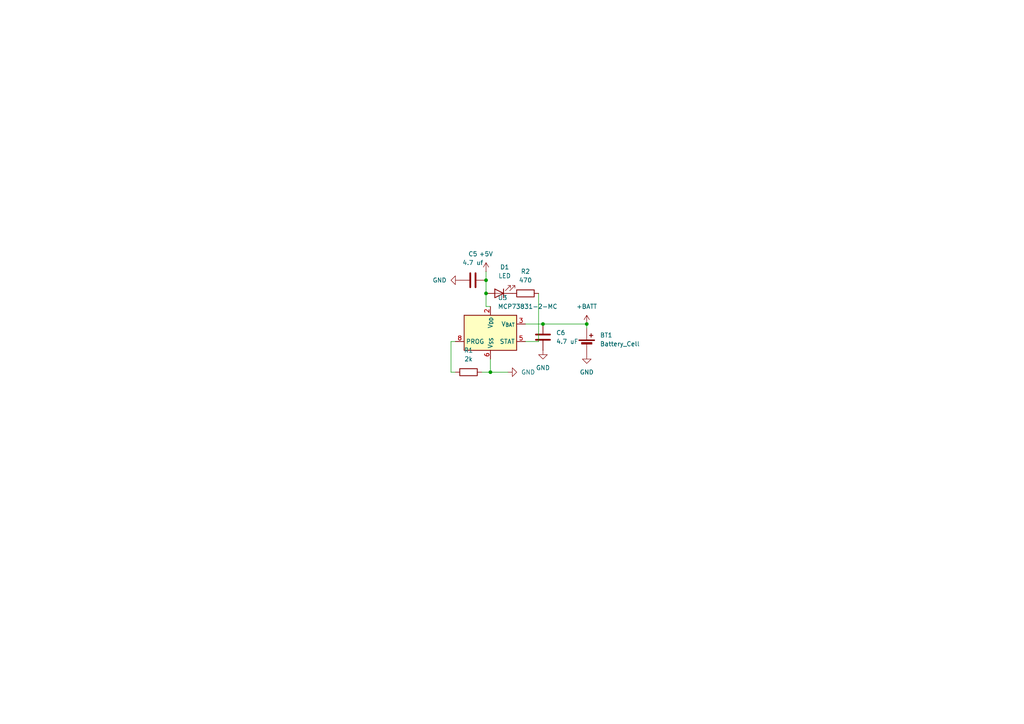
<source format=kicad_sch>
(kicad_sch (version 20250114) (generator "eeschema") (generator_version "9.0")
  (paper "A4")
  (lib_symbols
    (symbol "Battery_Management:MCP73831-2-MC"
      (property "Reference" "U" (at -7.62 6.35 0))
      (property "Value" "MCP73831-2-MC" (at 1.27 6.35 0))
      (symbol "MCP73831-2-MC_0_1"
        (rectangle (start -7.62 5.08) (end 7.62 -5.08) (stroke (width 0.254)) (fill (type background)))
      )
      (symbol "MCP73831-2-MC_1_1"
        (pin input line (at -10.16 -2.54 0) (length 2.54) (name "PROG") (number "8"))
        (pin no_connect line (at -7.62 2.54 0) (length 2.54) (hide yes) (name "NC") (number "7"))
        (pin passive line (at 0 7.62 270) (length 2.54) (hide yes) (name "V_{DD}") (number "1"))
        (pin power_in line (at 0 7.62 270) (length 2.54) (name "V_{DD}") (number "2"))
        (pin power_in line (at 0 -7.62 90) (length 2.54) (name "V_{SS}") (number "6"))
        (pin power_out line (at 10.16 2.54 180) (length 2.54) (name "V_{BAT}") (number "3"))
        (pin passive line (at 10.16 2.54 180) (length 2.54) (hide yes) (name "V_{BAT}") (number "4"))
        (pin tri_state line (at 10.16 -2.54 180) (length 2.54) (name "STAT") (number "5"))
      )
    )
    (symbol "Device:Battery_Cell" (pin_numbers (hide yes)) (pin_names (offset 0) (hide yes))
      (property "Reference" "BT" (at 2.54 2.54 0))
      (property "Value" "Battery_Cell" (at 2.54 0 0))
      (symbol "Battery_Cell_0_1"
        (rectangle (start -2.286 1.778) (end 2.286 1.524) (fill (type outline)))
        (rectangle (start -1.524 1.016) (end 1.524 0.508) (fill (type outline)))
        (polyline (pts (xy 0 1.778) (xy 0 2.54)))
        (polyline (pts (xy 0 0.762) (xy 0 0)))
        (polyline (pts (xy 0.762 3.048) (xy 1.778 3.048)) (stroke (width 0.254)))
        (polyline (pts (xy 1.27 3.556) (xy 1.27 2.54)) (stroke (width 0.254)))
      )
      (symbol "Battery_Cell_1_1"
        (pin passive line (at 0 5.08 270) (length 2.54) (name "+") (number "1"))
        (pin passive line (at 0 -2.54 90) (length 2.54) (name "-") (number "2"))
      )
    )
    (symbol "Device:C" (pin_numbers (hide yes)) (pin_names (offset 0.254))
      (property "Reference" "C" (at 0.635 2.54 0))
      (property "Value" "C" (at 0.635 -2.54 0))
      (symbol "C_0_1"
        (polyline (pts (xy -2.032 0.762) (xy 2.032 0.762)) (stroke (width 0.508)))
        (polyline (pts (xy -2.032 -0.762) (xy 2.032 -0.762)) (stroke (width 0.508)))
      )
      (symbol "C_1_1"
        (pin passive line (at 0 3.81 270) (length 2.794) (name "~") (number "1"))
        (pin passive line (at 0 -3.81 90) (length 2.794) (name "~") (number "2"))
      )
    )
    (symbol "Device:LED" (pin_numbers (hide yes)) (pin_names (offset 1.016) (hide yes))
      (property "Reference" "D" (at 0 2.54 0))
      (property "Value" "LED" (at 0 -2.54 0))
      (symbol "LED_0_1"
        (polyline (pts (xy -3.048 -0.762) (xy -4.572 -2.286) (xy -3.81 -2.286) (xy -4.572 -2.286) (xy -4.572 -1.524)))
        (polyline (pts (xy -1.778 -0.762) (xy -3.302 -2.286) (xy -2.54 -2.286) (xy -3.302 -2.286) (xy -3.302 -1.524)))
        (polyline (pts (xy -1.27 0) (xy 1.27 0)))
        (polyline (pts (xy -1.27 -1.27) (xy -1.27 1.27)) (stroke (width 0.254)))
        (polyline (pts (xy 1.27 -1.27) (xy 1.27 1.27) (xy -1.27 0) (xy 1.27 -1.27)) (stroke (width 0.254)))
      )
      (symbol "LED_1_1"
        (pin passive line (at -3.81 0 0) (length 2.54) (name "K") (number "1"))
        (pin passive line (at 3.81 0 180) (length 2.54) (name "A") (number "2"))
      )
    )
    (symbol "Device:R" (pin_numbers (hide yes)) (pin_names (offset 0))
      (property "Reference" "R" (at 2.032 0 90))
      (property "Value" "R" (at 0 0 90))
      (symbol "R_0_1"
        (rectangle (start -1.016 -2.54) (end 1.016 2.54) (stroke (width 0.254)))
      )
      (symbol "R_1_1"
        (pin passive line (at 0 3.81 270) (length 1.27) (name "~") (number "1"))
        (pin passive line (at 0 -3.81 90) (length 1.27) (name "~") (number "2"))
      )
    )
    (symbol "power:+5V" (power) (pin_numbers (hide yes)) (pin_names (offset 0) (hide yes))
      (property "Value" "+5V" (at 0 3.556 0))
      (symbol "+5V_0_1"
        (polyline (pts (xy -0.762 1.27) (xy 0 2.54)))
        (polyline (pts (xy 0 2.54) (xy 0.762 1.27)))
        (polyline (pts (xy 0 0) (xy 0 2.54)))
      )
      (symbol "+5V_1_1"
        (pin power_in line (at 0 0 90) (length 0) (name "~") (number "1"))
      )
    )
    (symbol "power:+BATT" (power) (pin_numbers (hide yes)) (pin_names (offset 0) (hide yes))
      (property "Value" "+BATT" (at 0 3.556 0))
      (symbol "+BATT_0_1"
        (polyline (pts (xy -0.762 1.27) (xy 0 2.54)))
        (polyline (pts (xy 0 2.54) (xy 0.762 1.27)))
        (polyline (pts (xy 0 0) (xy 0 2.54)))
      )
      (symbol "+BATT_1_1"
        (pin power_in line (at 0 0 90) (length 0) (name "~") (number "1"))
      )
    )
    (symbol "power:GND" (power) (pin_numbers (hide yes)) (pin_names (offset 0) (hide yes))
      (property "Value" "GND" (at 0 -3.81 0))
      (symbol "GND_0_1"
        (polyline (pts (xy 0 0) (xy 0 -1.27) (xy 1.27 -1.27) (xy 0 -2.54) (xy -1.27 -1.27) (xy 0 -1.27)))
      )
      (symbol "GND_1_1"
        (pin power_in line (at 0 0 270) (length 0) (name "~") (number "1"))
      )
    )
  )
  (junction (at 140.97 85.09))
  (junction (at 170.18 93.98))
  (junction (at 140.97 81.28))
  (junction (at 157.48 93.98))
  (junction (at 142.24 107.95))
  (wire (pts (xy 140.97 81.28) (xy 140.97 85.09)))
  (wire (pts (xy 130.81 99.06) (xy 132.08 99.06)))
  (wire (pts (xy 142.24 104.14) (xy 142.24 107.95)))
  (wire (pts (xy 170.18 93.98) (xy 170.18 95.25)))
  (wire (pts (xy 139.7 107.95) (xy 142.24 107.95)))
  (wire (pts (xy 157.48 93.98) (xy 170.18 93.98)))
  (wire (pts (xy 142.24 107.95) (xy 147.32 107.95)))
  (wire (pts (xy 156.21 85.09) (xy 156.21 99.06)))
  (wire (pts (xy 140.97 85.09) (xy 140.97 88.9)))
  (wire (pts (xy 130.81 99.06) (xy 130.81 107.95)))
  (wire (pts (xy 142.24 88.9) (xy 140.97 88.9)))
  (wire (pts (xy 152.4 99.06) (xy 156.21 99.06)))
  (wire (pts (xy 130.81 107.95) (xy 132.08 107.95)))
  (wire (pts (xy 152.4 93.98) (xy 157.48 93.98)))
  (wire (pts (xy 140.97 78.74) (xy 140.97 81.28)))
  (symbol (lib_id "Device:R") (at 152.4 85.09 90) (unit 1)
    (property "Reference" "R2" (at 152.4 78.74 90))
    (property "Value" "470" (at 152.4 81.28 90))
    (property "Footprint" "Resistor_SMD:R_0402_1005Metric" (effects (hide yes)))
    (property "Description" "Resistor" (effects (hide yes)))
  )
  (symbol (lib_id "Device:C") (at 137.16 81.28 90) (unit 1)
    (property "Reference" "C5" (at 137.16 73.66 90))
    (property "Value" "4.7 uf" (at 137.16 76.2 90))
    (property "Footprint" "Capacitor_SMD:C_0402_1005Metric" (effects (hide yes)))
    (property "Description" "Unpolarized capacitor" (effects (hide yes)))
  )
  (symbol (lib_id "Device:LED") (at 144.78 85.09 180) (unit 1)
    (property "Reference" "D1" (at 146.3675 77.47 0))
    (property "Value" "LED" (at 146.3675 80.01 0))
    (property "Footprint" "LED_SMD:LED_0402_1005Metric" (effects (hide yes)))
    (property "Description" "Light emitting diode" (effects (hide yes)))
    (property "Sim.Pins" "1=K 2=A" (effects (hide yes)))
  )
  (symbol (lib_id "power:GND") (at 157.48 101.6 0) (unit 1)
    (property "Reference" "#PWR09" (effects (hide yes)))
    (property "Value" "GND" (at 157.48 106.68 0))
    (property "Description" "Power symbol creates a global label with name \"GND\" , ground" (effects (hide yes)))
  )
  (symbol (lib_id "power:+5V") (at 140.97 78.74 0) (unit 1)
    (property "Reference" "#PWR07" (effects (hide yes)))
    (property "Value" "+5V" (at 140.97 73.66 0))
    (property "Description" "Power symbol creates a global label with name \"+5V\"" (effects (hide yes)))
  )
  (symbol (lib_id "Battery_Management:MCP73831-2-MC") (at 142.24 96.52 0) (unit 1)
    (property "Reference" "U3" (at 144.3833 86.36 0) (effects (justify left)))
    (property "Value" "MCP73831-2-MC" (at 144.3833 88.9 0) (effects (justify left)))
    (property "Footprint" "Package_DFN_QFN:DFN-8-1EP_3x2mm_P0.5mm_EP1.7x1.4mm" (effects (hide yes)))
    (property "Datasheet" "http://ww1.microchip.com/downloads/en/DeviceDoc/20001984g.pdf" (effects (hide yes)))
    (property "Description" "Single cell, Li-Ion/Li-Po charge management controller, 4.20V, Tri-State Status Output, in DFN-8 package" (effects (hide yes)))
  )
  (symbol (lib_id "power:+BATT") (at 170.18 93.98 0) (unit 1)
    (property "Reference" "#PWR010" (effects (hide yes)))
    (property "Value" "+BATT" (at 170.18 88.9 0))
    (property "Description" "Power symbol creates a global label with name \"+BATT\"" (effects (hide yes)))
  )
  (symbol (lib_id "power:GND") (at 133.35 81.28 270) (unit 1)
    (property "Reference" "#PWR06" (effects (hide yes)))
    (property "Value" "GND" (at 129.54 81.2799 90) (effects (justify right)))
    (property "Description" "Power symbol creates a global label with name \"GND\" , ground" (effects (hide yes)))
  )
  (symbol (lib_id "power:GND") (at 147.32 107.95 90) (unit 1)
    (property "Reference" "#PWR08" (effects (hide yes)))
    (property "Value" "GND" (at 151.13 107.9499 90) (effects (justify right)))
    (property "Description" "Power symbol creates a global label with name \"GND\" , ground" (effects (hide yes)))
  )
  (symbol (lib_id "Device:C") (at 157.48 97.79 0) (unit 1)
    (property "Reference" "C6" (at 161.29 96.5199 0) (effects (justify left)))
    (property "Value" "4.7 uF" (at 161.29 99.0599 0) (effects (justify left)))
    (property "Footprint" "Capacitor_SMD:C_0402_1005Metric" (effects (hide yes)))
    (property "Description" "Unpolarized capacitor" (effects (hide yes)))
  )
  (symbol (lib_id "Device:R") (at 135.89 107.95 90) (unit 1)
    (property "Reference" "R1" (at 135.89 101.6 90))
    (property "Value" "2k" (at 135.89 104.14 90))
    (property "Footprint" "Resistor_SMD:R_0402_1005Metric" (effects (hide yes)))
    (property "Description" "Resistor" (effects (hide yes)))
  )
  (symbol (lib_id "Device:Battery_Cell") (at 170.18 100.33 0) (unit 1)
    (property "Reference" "BT1" (at 173.99 97.2184 0) (effects (justify left)))
    (property "Value" "Battery_Cell" (at 173.99 99.7584 0) (effects (justify left)))
    (property "Footprint" "Connector_PinHeader_2.00mm:PinHeader_1x02_P2.00mm_Vertical" (effects (hide yes)))
    (property "Description" "Single-cell battery" (effects (hide yes)))
  )
  (symbol (lib_id "power:GND") (at 170.18 102.87 0) (unit 1)
    (property "Reference" "#PWR011" (effects (hide yes)))
    (property "Value" "GND" (at 170.18 107.95 0))
    (property "Description" "Power symbol creates a global label with name \"GND\" , ground" (effects (hide yes)))
  )
)
</source>
